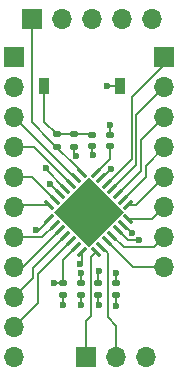
<source format=gbr>
%TF.GenerationSoftware,KiCad,Pcbnew,8.0.6*%
%TF.CreationDate,2024-11-24T13:18:03-08:00*%
%TF.ProjectId,pic32_breakout,70696333-325f-4627-9265-616b6f75742e,rev?*%
%TF.SameCoordinates,Original*%
%TF.FileFunction,Copper,L1,Top*%
%TF.FilePolarity,Positive*%
%FSLAX46Y46*%
G04 Gerber Fmt 4.6, Leading zero omitted, Abs format (unit mm)*
G04 Created by KiCad (PCBNEW 8.0.6) date 2024-11-24 13:18:03*
%MOMM*%
%LPD*%
G01*
G04 APERTURE LIST*
G04 Aperture macros list*
%AMRoundRect*
0 Rectangle with rounded corners*
0 $1 Rounding radius*
0 $2 $3 $4 $5 $6 $7 $8 $9 X,Y pos of 4 corners*
0 Add a 4 corners polygon primitive as box body*
4,1,4,$2,$3,$4,$5,$6,$7,$8,$9,$2,$3,0*
0 Add four circle primitives for the rounded corners*
1,1,$1+$1,$2,$3*
1,1,$1+$1,$4,$5*
1,1,$1+$1,$6,$7*
1,1,$1+$1,$8,$9*
0 Add four rect primitives between the rounded corners*
20,1,$1+$1,$2,$3,$4,$5,0*
20,1,$1+$1,$4,$5,$6,$7,0*
20,1,$1+$1,$6,$7,$8,$9,0*
20,1,$1+$1,$8,$9,$2,$3,0*%
%AMRotRect*
0 Rectangle, with rotation*
0 The origin of the aperture is its center*
0 $1 length*
0 $2 width*
0 $3 Rotation angle, in degrees counterclockwise*
0 Add horizontal line*
21,1,$1,$2,0,0,$3*%
G04 Aperture macros list end*
%TA.AperFunction,ComponentPad*%
%ADD10O,1.700000X1.700000*%
%TD*%
%TA.AperFunction,ComponentPad*%
%ADD11R,1.700000X1.700000*%
%TD*%
%TA.AperFunction,SMDPad,CuDef*%
%ADD12RoundRect,0.135000X0.185000X-0.135000X0.185000X0.135000X-0.185000X0.135000X-0.185000X-0.135000X0*%
%TD*%
%TA.AperFunction,SMDPad,CuDef*%
%ADD13RoundRect,0.147500X0.172500X-0.147500X0.172500X0.147500X-0.172500X0.147500X-0.172500X-0.147500X0*%
%TD*%
%TA.AperFunction,SMDPad,CuDef*%
%ADD14RoundRect,0.135000X-0.185000X0.135000X-0.185000X-0.135000X0.185000X-0.135000X0.185000X0.135000X0*%
%TD*%
%TA.AperFunction,SMDPad,CuDef*%
%ADD15RoundRect,0.140000X-0.170000X0.140000X-0.170000X-0.140000X0.170000X-0.140000X0.170000X0.140000X0*%
%TD*%
%TA.AperFunction,SMDPad,CuDef*%
%ADD16RoundRect,0.140000X0.170000X-0.140000X0.170000X0.140000X-0.170000X0.140000X-0.170000X-0.140000X0*%
%TD*%
%TA.AperFunction,SMDPad,CuDef*%
%ADD17R,0.889000X1.397000*%
%TD*%
%TA.AperFunction,SMDPad,CuDef*%
%ADD18RotRect,4.191000X4.191000X315.000000*%
%TD*%
%TA.AperFunction,SMDPad,CuDef*%
%ADD19RotRect,0.304800X1.016000X315.000000*%
%TD*%
%TA.AperFunction,SMDPad,CuDef*%
%ADD20RotRect,0.304800X1.016000X45.000000*%
%TD*%
%TA.AperFunction,ViaPad*%
%ADD21C,0.600000*%
%TD*%
%TA.AperFunction,Conductor*%
%ADD22C,0.200000*%
%TD*%
G04 APERTURE END LIST*
D10*
%TO.P,J1,3,Pin_3*%
%TO.N,GND*%
X111180000Y-100400000D03*
%TO.P,J1,2,Pin_2*%
%TO.N,/RXD*%
X108640000Y-100400000D03*
D11*
%TO.P,J1,1,Pin_1*%
%TO.N,/TXD*%
X106100000Y-100400000D03*
%TD*%
D10*
%TO.P,J2,5,Pin_5*%
%TO.N,/PGClk*%
X111620000Y-71800000D03*
%TO.P,J2,4,Pin_4*%
%TO.N,/PGData*%
X109080000Y-71800000D03*
%TO.P,J2,3,Pin_3*%
%TO.N,GND*%
X106540000Y-71800000D03*
%TO.P,J2,2,Pin_2*%
%TO.N,+3.3V*%
X104000000Y-71800000D03*
D11*
%TO.P,J2,1,Pin_1*%
%TO.N,/MCLR*%
X101460000Y-71800000D03*
%TD*%
D10*
%TO.P,J5,8,Pin_8*%
%TO.N,/17{slash}RB8*%
X112700000Y-92780000D03*
%TO.P,J5,7,Pin_7*%
%TO.N,/18{slash}RB9*%
X112700000Y-90240000D03*
%TO.P,J5,6,Pin_6*%
%TO.N,/21{slash}RB10*%
X112700000Y-87700000D03*
%TO.P,J5,5,Pin_5*%
%TO.N,/22{slash}RB11*%
X112700000Y-85160000D03*
%TO.P,J5,4,Pin_4*%
%TO.N,/23{slash}AN12{slash}RB12*%
X112700000Y-82620000D03*
%TO.P,J5,3,Pin_3*%
%TO.N,/24{slash}AN11{slash}RB13*%
X112700000Y-80080000D03*
%TO.P,J5,2,Pin_2*%
%TO.N,/25{slash}AN10{slash}RB14*%
X112700000Y-77540000D03*
D11*
%TO.P,J5,1,Pin_1*%
%TO.N,/26{slash}AN9{slash}RB15*%
X112700000Y-75000000D03*
%TD*%
%TO.P,J3,1,Pin_1*%
%TO.N,+3.3V*%
X100000000Y-75000000D03*
D10*
%TO.P,J3,2,Pin_2*%
%TO.N,GND*%
X100000000Y-77540000D03*
%TO.P,J3,3,Pin_3*%
%TO.N,/2{slash}AN0{slash}RA0*%
X100000000Y-80080000D03*
%TO.P,J3,4,Pin_4*%
%TO.N,/3{slash}AN1{slash}RA1*%
X100000000Y-82620000D03*
%TO.P,J3,5,Pin_5*%
%TO.N,/6{slash}AN4{slash}RB2*%
X100000000Y-85160000D03*
%TO.P,J3,6,Pin_6*%
%TO.N,/7{slash}AN5{slash}RB3*%
X100000000Y-87700000D03*
%TO.P,J3,7,Pin_7*%
%TO.N,/9{slash}RA2*%
X100000000Y-90240000D03*
%TO.P,J3,8,Pin_8*%
%TO.N,/10{slash}RA3*%
X100000000Y-92780000D03*
%TO.P,J3,9,Pin_9*%
%TO.N,/11{slash}RB4*%
X100000000Y-95320000D03*
%TO.P,J3,10,Pin_10*%
%TO.N,/12{slash}RA4*%
X100000000Y-97860000D03*
%TO.P,J3,11,Pin_11*%
%TO.N,/14{slash}RB5*%
X100000000Y-100400000D03*
%TD*%
D12*
%TO.P,R3,1*%
%TO.N,Net-(D1-A)*%
X108610400Y-95148400D03*
%TO.P,R3,2*%
%TO.N,+3.3V*%
X108610400Y-94128400D03*
%TD*%
D13*
%TO.P,D1,1,K*%
%TO.N,GND*%
X107110400Y-95123400D03*
%TO.P,D1,2,A*%
%TO.N,Net-(D1-A)*%
X107110400Y-94153400D03*
%TD*%
D14*
%TO.P,R2,1*%
%TO.N,Net-(C4-Pad2)*%
X105077000Y-81560000D03*
%TO.P,R2,2*%
%TO.N,+3.3V*%
X105077000Y-82580000D03*
%TD*%
D12*
%TO.P,R1,1*%
%TO.N,/MCLR*%
X103577000Y-82580000D03*
%TO.P,R1,2*%
%TO.N,Net-(C4-Pad2)*%
X103577000Y-81560000D03*
%TD*%
D15*
%TO.P,C3,1*%
%TO.N,Net-(U1-Vcap)*%
X105610400Y-94158400D03*
%TO.P,C3,2*%
%TO.N,GND*%
X105610400Y-95118400D03*
%TD*%
D16*
%TO.P,C4,2*%
%TO.N,Net-(C4-Pad2)*%
X106577000Y-81590000D03*
%TO.P,C4,1*%
%TO.N,GND*%
X106577000Y-82550000D03*
%TD*%
D15*
%TO.P,C2,1*%
%TO.N,GND*%
X108077000Y-81590000D03*
%TO.P,C2,2*%
%TO.N,+3.3V*%
X108077000Y-82550000D03*
%TD*%
D16*
%TO.P,C1,2*%
%TO.N,+3.3V*%
X104110400Y-94158400D03*
%TO.P,C1,1*%
%TO.N,GND*%
X104110400Y-95118400D03*
%TD*%
D17*
%TO.P,SW1,2,2*%
%TO.N,GND*%
X108991400Y-77470000D03*
%TO.P,SW1,1,1*%
%TO.N,Net-(C4-Pad2)*%
X102491398Y-77470000D03*
%TD*%
D18*
%TO.P,U1,29,Sink*%
%TO.N,GND*%
X106310000Y-88150000D03*
D19*
%TO.P,U1,28,AVdd*%
%TO.N,+3.3V*%
X106906799Y-84795486D03*
%TO.P,U1,27,AVss*%
%TO.N,GND*%
X107366418Y-85255105D03*
%TO.P,U1,26,RB15*%
%TO.N,/26{slash}AN9{slash}RB15*%
X107826038Y-85714725D03*
%TO.P,U1,25,RB14*%
%TO.N,/25{slash}AN10{slash}RB14*%
X108285656Y-86174344D03*
%TO.P,U1,24,RB13*%
%TO.N,/24{slash}AN11{slash}RB13*%
X108745276Y-86633964D03*
%TO.P,U1,23,RB12*%
%TO.N,/23{slash}AN12{slash}RB12*%
X109204895Y-87093582D03*
%TO.P,U1,22,RB11*%
%TO.N,/22{slash}RB11*%
X109664515Y-87553203D03*
D20*
%TO.P,U1,21,PGEC2/5VT/RB10*%
%TO.N,/21{slash}RB10*%
X109664514Y-88746799D03*
%TO.P,U1,20,Vcap*%
%TO.N,Net-(U1-Vcap)*%
X109204895Y-89206418D03*
%TO.P,U1,19,Vss*%
%TO.N,GND*%
X108745275Y-89666038D03*
%TO.P,U1,18,PGED2/5VT/RB9*%
%TO.N,/18{slash}RB9*%
X108285656Y-90125656D03*
%TO.P,U1,17,5VT/RB8*%
%TO.N,/17{slash}RB8*%
X107826036Y-90585276D03*
%TO.P,U1,16,5VT/RB7*%
%TO.N,/RXD*%
X107366418Y-91044895D03*
%TO.P,U1,15,PGEC3/5VT/RB6*%
%TO.N,/TXD*%
X106906797Y-91504515D03*
D19*
%TO.P,U1,14,PGED3/5VT/RB5*%
%TO.N,/14{slash}RB5*%
X105713201Y-91504514D03*
%TO.P,U1,13,Vdd*%
%TO.N,+3.3V*%
X105253582Y-91044895D03*
%TO.P,U1,12,RA4*%
%TO.N,/12{slash}RA4*%
X104793962Y-90585275D03*
%TO.P,U1,11,RB4*%
%TO.N,/11{slash}RB4*%
X104334344Y-90125656D03*
%TO.P,U1,10,RA3*%
%TO.N,/10{slash}RA3*%
X103874724Y-89666036D03*
%TO.P,U1,9,RA2*%
%TO.N,/9{slash}RA2*%
X103415105Y-89206418D03*
%TO.P,U1,8,Vss*%
%TO.N,GND*%
X102955485Y-88746797D03*
D20*
%TO.P,U1,7,RB3*%
%TO.N,/7{slash}AN5{slash}RB3*%
X102955486Y-87553201D03*
%TO.P,U1,6,RB2*%
%TO.N,/6{slash}AN4{slash}RB2*%
X103415105Y-87093582D03*
%TO.P,U1,5,PGEC1/RB1*%
%TO.N,/PGClk*%
X103874725Y-86633962D03*
%TO.P,U1,4,PGED1/RB0*%
%TO.N,/PGData*%
X104334344Y-86174344D03*
%TO.P,U1,3,RA1*%
%TO.N,/3{slash}AN1{slash}RA1*%
X104793962Y-85714725D03*
%TO.P,U1,2,RA0*%
%TO.N,/2{slash}AN0{slash}RA0*%
X105253582Y-85255105D03*
%TO.P,U1,1,~{MCLR}*%
%TO.N,/MCLR*%
X105713203Y-84795485D03*
%TD*%
D21*
%TO.N,+3.3V*%
X103343000Y-94137565D03*
%TO.N,Net-(D1-A)*%
X108610400Y-96062800D03*
X107188000Y-93116400D03*
%TO.N,Net-(U1-Vcap)*%
X105613200Y-93319600D03*
%TO.N,GND*%
X107137200Y-96012000D03*
%TO.N,+3.3V*%
X108610400Y-93319600D03*
%TO.N,GND*%
X105613200Y-96012000D03*
X104089200Y-96012000D03*
X101854000Y-89611200D03*
X107848400Y-77470000D03*
%TO.N,+3.3V*%
X105199265Y-83395735D03*
%TO.N,GND*%
X106680000Y-83312000D03*
X108077000Y-80772000D03*
X106299000Y-88138000D03*
%TO.N,/PGClk*%
X102997000Y-85725000D03*
%TO.N,/PGData*%
X102650854Y-84420147D03*
%TO.N,GND*%
X110582000Y-90511222D03*
%TO.N,Net-(U1-Vcap)*%
X109982000Y-89916000D03*
%TO.N,/14{slash}RB5*%
X105600500Y-92519500D03*
%TO.N,GND*%
X108204000Y-84455000D03*
%TD*%
D22*
%TO.N,Net-(C4-Pad2)*%
X102491398Y-80474398D02*
X103577000Y-81560000D01*
X102491398Y-77470000D02*
X102491398Y-80474398D01*
%TO.N,+3.3V*%
X103363835Y-94158400D02*
X103343000Y-94137565D01*
X104110400Y-94158400D02*
X103363835Y-94158400D01*
%TO.N,Net-(D1-A)*%
X107110400Y-93194000D02*
X107110400Y-94153400D01*
X107188000Y-93116400D02*
X107110400Y-93194000D01*
X108610400Y-96062800D02*
X108610400Y-95148400D01*
%TO.N,/RXD*%
X107899200Y-97028000D02*
X108640000Y-97768800D01*
X108640000Y-97768800D02*
X108640000Y-100400000D01*
X107899200Y-91577677D02*
X107899200Y-97028000D01*
X107366418Y-91044895D02*
X107899200Y-91577677D01*
%TO.N,Net-(U1-Vcap)*%
X105610400Y-93322400D02*
X105613200Y-93319600D01*
X105610400Y-94158400D02*
X105610400Y-93322400D01*
%TO.N,/TXD*%
X106490400Y-96963600D02*
X106100000Y-97354000D01*
X106490400Y-91920912D02*
X106490400Y-96963600D01*
X106906797Y-91504515D02*
X106490400Y-91920912D01*
X106100000Y-97354000D02*
X106100000Y-100400000D01*
%TO.N,GND*%
X107110400Y-95985200D02*
X107137200Y-96012000D01*
X107110400Y-95123400D02*
X107110400Y-95985200D01*
%TO.N,+3.3V*%
X108610400Y-94128400D02*
X108610400Y-93319600D01*
%TO.N,GND*%
X105610400Y-96009200D02*
X105613200Y-96012000D01*
X105610400Y-95118400D02*
X105610400Y-96009200D01*
X104110400Y-95990800D02*
X104089200Y-96012000D01*
X104110400Y-95118400D02*
X104110400Y-95990800D01*
%TO.N,+3.3V*%
X104110400Y-92188077D02*
X105253582Y-91044895D01*
X104110400Y-94158400D02*
X104110400Y-92188077D01*
%TO.N,GND*%
X102108000Y-89611200D02*
X101854000Y-89611200D01*
X102158800Y-89560400D02*
X102108000Y-89611200D01*
X102955485Y-88763715D02*
X102158800Y-89560400D01*
X102955485Y-88746797D02*
X102955485Y-88763715D01*
X108991400Y-77470000D02*
X107848400Y-77470000D01*
%TO.N,+3.3V*%
X105077000Y-83273470D02*
X105199265Y-83395735D01*
X105077000Y-82580000D02*
X105077000Y-83273470D01*
%TO.N,GND*%
X106577000Y-83209000D02*
X106680000Y-83312000D01*
X106577000Y-82550000D02*
X106577000Y-83209000D01*
X108077000Y-81590000D02*
X108077000Y-80772000D01*
%TO.N,+3.3V*%
X108077000Y-83625285D02*
X106906799Y-84795486D01*
X108077000Y-82550000D02*
X108077000Y-83625285D01*
%TO.N,Net-(C4-Pad2)*%
X103577000Y-81560000D02*
X106547000Y-81560000D01*
X106547000Y-81560000D02*
X106577000Y-81590000D01*
%TO.N,GND*%
X106310000Y-88149000D02*
X106299000Y-88138000D01*
X106310000Y-88150000D02*
X106310000Y-88149000D01*
%TO.N,/14{slash}RB5*%
X105600500Y-92519500D02*
X105713201Y-92406799D01*
X105713201Y-92406799D02*
X105713201Y-91504514D01*
%TO.N,/PGClk*%
X103874725Y-86602725D02*
X102997000Y-85725000D01*
X103874725Y-86633962D02*
X103874725Y-86602725D01*
%TO.N,/PGData*%
X102650854Y-84420147D02*
X102650854Y-84490854D01*
X102650854Y-84490854D02*
X104334344Y-86174344D01*
%TO.N,/17{slash}RB8*%
X110020760Y-92780000D02*
X112700000Y-92780000D01*
X107826036Y-90585276D02*
X110020760Y-92780000D01*
%TO.N,/18{slash}RB9*%
X111828778Y-91111222D02*
X112700000Y-90240000D01*
X108285656Y-90125656D02*
X109271222Y-91111222D01*
X109271222Y-91111222D02*
X111828778Y-91111222D01*
%TO.N,GND*%
X109595237Y-90516000D02*
X108745275Y-89666038D01*
X110230529Y-90516000D02*
X109595237Y-90516000D01*
X110235307Y-90511222D02*
X110230529Y-90516000D01*
X110582000Y-90511222D02*
X110235307Y-90511222D01*
%TO.N,Net-(U1-Vcap)*%
X109272418Y-89206418D02*
X109982000Y-89916000D01*
X109204895Y-89206418D02*
X109272418Y-89206418D01*
%TO.N,/MCLR*%
X101460000Y-80505000D02*
X101460000Y-71800000D01*
X103124000Y-82169000D02*
X101460000Y-80505000D01*
X105713203Y-84758203D02*
X103124000Y-82169000D01*
X105713203Y-84795485D02*
X105713203Y-84758203D01*
%TO.N,+3.3V*%
X106906799Y-84795486D02*
X106923714Y-84795486D01*
%TO.N,GND*%
X107403895Y-85255105D02*
X108204000Y-84455000D01*
X107366418Y-85255105D02*
X107403895Y-85255105D01*
%TO.N,/26{slash}AN9{slash}RB15*%
X112700000Y-75641000D02*
X112700000Y-75000000D01*
X109925000Y-78416000D02*
X112700000Y-75641000D01*
X109925000Y-83615763D02*
X109925000Y-78416000D01*
X107826038Y-85714725D02*
X109925000Y-83615763D01*
%TO.N,/25{slash}AN10{slash}RB14*%
X110325000Y-79915000D02*
X112700000Y-77540000D01*
X108285656Y-86174344D02*
X110325000Y-84135000D01*
X110325000Y-84135000D02*
X110325000Y-79915000D01*
%TO.N,/24{slash}AN11{slash}RB13*%
X110725000Y-84654240D02*
X110725000Y-82055000D01*
X110725000Y-82055000D02*
X112700000Y-80080000D01*
X108745276Y-86633964D02*
X110725000Y-84654240D01*
%TO.N,/23{slash}AN12{slash}RB12*%
X111125000Y-84195000D02*
X112700000Y-82620000D01*
X111125000Y-85173477D02*
X111125000Y-84195000D01*
X109204895Y-87093582D02*
X111125000Y-85173477D01*
%TO.N,/22{slash}RB11*%
X109664515Y-87553203D02*
X110306797Y-87553203D01*
X110306797Y-87553203D02*
X112700000Y-85160000D01*
%TO.N,/21{slash}RB10*%
X111653201Y-88746799D02*
X112700000Y-87700000D01*
X109664514Y-88746799D02*
X111653201Y-88746799D01*
%TO.N,/12{slash}RA4*%
X102000000Y-95860000D02*
X100000000Y-97860000D01*
X102000000Y-93379237D02*
X102000000Y-95860000D01*
X104793962Y-90585275D02*
X102000000Y-93379237D01*
%TO.N,/11{slash}RB4*%
X101600000Y-93720000D02*
X100000000Y-95320000D01*
X101600000Y-92860000D02*
X101600000Y-93720000D01*
X104334344Y-90125656D02*
X101600000Y-92860000D01*
%TO.N,/10{slash}RA3*%
X103874724Y-89666036D02*
X100760760Y-92780000D01*
X100760760Y-92780000D02*
X100000000Y-92780000D01*
%TO.N,/9{slash}RA2*%
X103415105Y-89206418D02*
X102381523Y-90240000D01*
X102381523Y-90240000D02*
X100000000Y-90240000D01*
%TO.N,/7{slash}AN5{slash}RB3*%
X100146799Y-87553201D02*
X100000000Y-87700000D01*
X102955486Y-87553201D02*
X100146799Y-87553201D01*
%TO.N,/6{slash}AN4{slash}RB2*%
X101481523Y-85160000D02*
X100000000Y-85160000D01*
X103415105Y-87093582D02*
X101481523Y-85160000D01*
%TO.N,/3{slash}AN1{slash}RA1*%
X101699237Y-82620000D02*
X100000000Y-82620000D01*
X104793962Y-85714725D02*
X101699237Y-82620000D01*
%TO.N,/2{slash}AN0{slash}RA0*%
X105175105Y-85255105D02*
X100000000Y-80080000D01*
X105253582Y-85255105D02*
X105175105Y-85255105D01*
%TD*%
M02*

</source>
